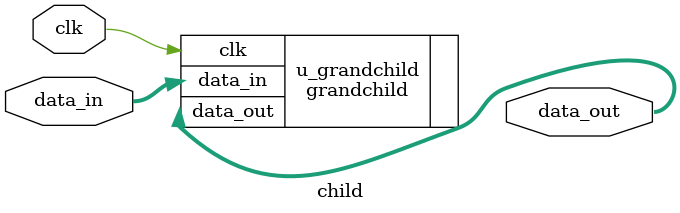
<source format=sv>
module child (
    input  logic clk,
    input  logic [7:0] data_in,
    output logic [7:0] data_out
);
    grandchild u_grandchild (
        .clk      (clk),
        .data_in  (data_in),
        .data_out (data_out)
    );
endmodule

</source>
